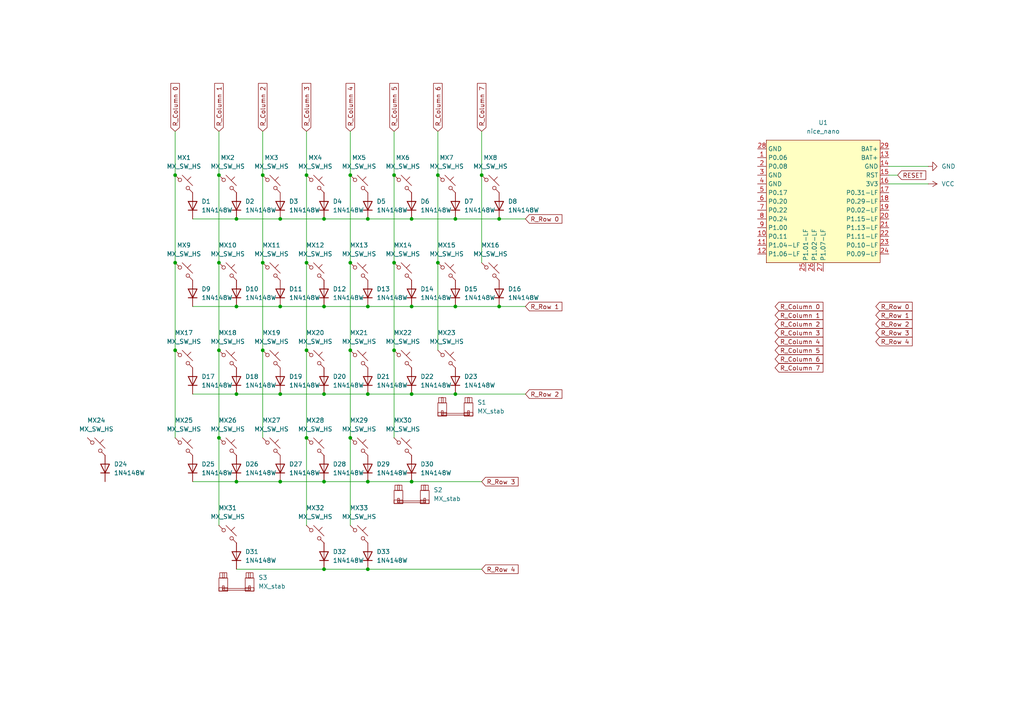
<source format=kicad_sch>
(kicad_sch (version 20231120) (generator "eeschema") (generator_version "8.0")
  (paper "A4")
  (lib_symbols
    (symbol "Diode:1N4148W" (pin_numbers hide) (pin_names hide)
      (property "Reference" "D" (at 0 2.54 0))
      (property "Value" "1N4148W" (at 0 -2.54 0))
      (symbol "1N4148W_0_1"
        (polyline (pts (xy -1.27 1.27) (xy -1.27 -1.27)) (stroke (width 0.254)))
        (polyline (pts (xy 1.27 0) (xy -1.27 0)))
        (polyline (pts (xy 1.27 1.27) (xy 1.27 -1.27) (xy -1.27 0) (xy 1.27 1.27)) (stroke (width 0.254)))
      )
      (symbol "1N4148W_1_1"
        (pin passive line (at -3.81 0 0) (length 2.54) (name "K") (number "1"))
        (pin passive line (at 3.81 0 180) (length 2.54) (name "A") (number "2"))
      )
    )
    (symbol "PCM_marbastlib-mx:MX_SW_HS_CPG151101S11" (pin_numbers hide) (pin_names (offset 1.016) hide)
      (property "Reference" "MX" (at 3.048 1.016 0))
      (property "Value" "MX_SW_HS" (at 0 -3.81 0))
      (symbol "MX_SW_HS_CPG151101S11_0_1"
        (circle (center -1.1684 1.1684) (radius 0.508))
        (polyline (pts (xy -0.508 2.54) (xy 2.54 -0.508)))
        (polyline (pts (xy 1.016 1.016) (xy 2.032 2.032)))
        (polyline (pts (xy -2.54 2.54) (xy -1.524 1.524) (xy -1.524 1.524)))
        (polyline (pts (xy 1.524 -1.524) (xy 2.54 -2.54) (xy 2.54 -2.54) (xy 2.54 -2.54)))
        (circle (center 1.143 -1.1938) (radius 0.508))
        (pin passive line (at -2.54 2.54 0) (length 0) (name "1") (number "1"))
        (pin passive line (at 2.54 -2.54 180) (length 0) (name "2") (number "2"))
      )
    )
    (symbol "PCM_marbastlib-mx:MX_stab" (pin_names (offset 1.016))
      (property "Reference" "S" (at -5.08 6.35 0))
      (property "Value" "MX_stab" (at -5.08 3.81 0))
      (symbol "MX_stab_0_1"
        (rectangle (start -5.08 -1.524) (end -2.54 -2.54))
        (rectangle (start -5.08 1.27) (end -2.54 -2.54))
        (rectangle (start -4.826 2.794) (end -2.794 1.27))
        (rectangle (start -4.064 -2.286) (end -3.556 -1.016))
        (rectangle (start -4.064 -1.778) (end 4.064 -2.286))
        (rectangle (start -4.064 1.27) (end -3.556 2.794))
        (rectangle (start 2.54 -1.524) (end 5.08 -2.54))
        (rectangle (start 2.54 1.27) (end 5.08 -2.54))
        (rectangle (start 2.794 2.794) (end 4.826 1.27))
        (rectangle (start 3.556 1.27) (end 4.064 2.794))
        (rectangle (start 4.064 -2.286) (end 3.556 -1.016))
      )
    )
    (symbol "PCM_marbastlib-promicroish:nice_nano" (in_bom no)
      (property "Reference" "U" (at 0 22.86 0))
      (property "Value" "nice_nano" (at 0 20.32 0))
      (symbol "nice_nano_0_0"
        (pin bidirectional line (at -19.05 13.97 0) (length 2.54) (name "P0.06") (number "1"))
        (pin bidirectional line (at -19.05 -8.89 0) (length 2.54) (name "P0.11") (number "10"))
        (pin bidirectional line (at -19.05 -11.43 0) (length 2.54) (name "P1.04-LF") (number "11"))
        (pin bidirectional line (at -19.05 -13.97 0) (length 2.54) (name "P1.06-LF") (number "12"))
        (pin power_out line (at 19.05 11.43 180) (length 2.54) (name "GND") (number "14"))
        (pin bidirectional line (at 19.05 8.89 180) (length 2.54) (name "RST") (number "15"))
        (pin bidirectional line (at 19.05 3.81 180) (length 2.54) (name "P0.31-LF") (number "17"))
        (pin bidirectional line (at 19.05 1.27 180) (length 2.54) (name "P0.29-LF") (number "18"))
        (pin bidirectional line (at 19.05 -1.27 180) (length 2.54) (name "P0.02-LF") (number "19"))
        (pin bidirectional line (at -19.05 11.43 0) (length 2.54) (name "P0.08") (number "2"))
        (pin bidirectional line (at 19.05 -3.81 180) (length 2.54) (name "P1.15-LF") (number "20"))
        (pin bidirectional line (at 19.05 -6.35 180) (length 2.54) (name "P1.13-LF") (number "21"))
        (pin bidirectional line (at 19.05 -8.89 180) (length 2.54) (name "P1.11-LF") (number "22"))
        (pin bidirectional line (at 19.05 -13.97 180) (length 2.54) (name "P0.09-LF") (number "24"))
        (pin power_out line (at -19.05 8.89 0) (length 2.54) (name "GND") (number "3"))
        (pin power_out line (at -19.05 6.35 0) (length 2.54) (name "GND") (number "4"))
        (pin bidirectional line (at -19.05 3.81 0) (length 2.54) (name "P0.17") (number "5"))
        (pin bidirectional line (at -19.05 1.27 0) (length 2.54) (name "P0.20") (number "6"))
        (pin bidirectional line (at -19.05 -1.27 0) (length 2.54) (name "P0.22") (number "7"))
        (pin bidirectional line (at -19.05 -3.81 0) (length 2.54) (name "P0.24") (number "8"))
        (pin bidirectional line (at -19.05 -6.35 0) (length 2.54) (name "P1.00") (number "9"))
      )
      (symbol "nice_nano_1_0"
        (pin power_out line (at 19.05 13.97 180) (length 2.54) (name "BAT+") (number "13"))
        (pin power_out line (at 19.05 6.35 180) (length 2.54) (name "3V3") (number "16"))
        (pin bidirectional line (at 19.05 -11.43 180) (length 2.54) (name "P0.10-LF") (number "23"))
        (pin bidirectional line (at -5.08 -19.05 90) (length 2.54) (name "P1.01-LF") (number "25"))
        (pin bidirectional line (at -2.54 -19.05 90) (length 2.54) (name "P1.02-LF") (number "26"))
        (pin bidirectional line (at 0 -19.05 90) (length 2.54) (name "P1.07-LF") (number "27"))
        (pin power_out line (at -19.05 16.51 0) (length 2.54) (name "GND") (number "28"))
        (pin power_out line (at 19.05 16.51 180) (length 2.54) (name "BAT+") (number "29"))
      )
      (symbol "nice_nano_1_1"
        (rectangle (start -16.51 19.05) (end 16.51 -16.51) (fill (type background)))
      )
    )
    (symbol "power:GND" (power) (pin_numbers hide) (pin_names (offset 0) hide)
      (property "Value" "GND" (at 0 -3.81 0))
      (symbol "GND_0_1"
        (polyline (pts (xy 0 0) (xy 0 -1.27) (xy 1.27 -1.27) (xy 0 -2.54) (xy -1.27 -1.27) (xy 0 -1.27)))
      )
      (symbol "GND_1_1"
        (pin power_in line (at 0 0 270) (length 0) (name "~") (number "1"))
      )
    )
    (symbol "power:VCC" (power) (pin_numbers hide) (pin_names (offset 0) hide)
      (property "Value" "VCC" (at 0 3.556 0))
      (symbol "VCC_0_1"
        (polyline (pts (xy -0.762 1.27) (xy 0 2.54)))
        (polyline (pts (xy 0 0) (xy 0 2.54)))
        (polyline (pts (xy 0 2.54) (xy 0.762 1.27)))
      )
      (symbol "VCC_1_1"
        (pin power_in line (at 0 0 90) (length 0) (name "~") (number "1"))
      )
    )
  )
  (junction (at 81.28 63.5))
  (junction (at 50.8 50.8))
  (junction (at 106.68 88.9))
  (junction (at 114.3 76.2))
  (junction (at 132.08 63.5))
  (junction (at 144.78 88.9))
  (junction (at 50.8 101.6))
  (junction (at 76.2 50.8))
  (junction (at 76.2 76.2))
  (junction (at 119.38 114.3))
  (junction (at 68.58 114.3))
  (junction (at 106.68 114.3))
  (junction (at 106.68 139.7))
  (junction (at 68.58 88.9))
  (junction (at 88.9 76.2))
  (junction (at 88.9 101.6))
  (junction (at 106.68 165.1))
  (junction (at 101.6 76.2))
  (junction (at 81.28 139.7))
  (junction (at 88.9 50.8))
  (junction (at 76.2 101.6))
  (junction (at 127 50.8))
  (junction (at 63.5 76.2))
  (junction (at 127 76.2))
  (junction (at 63.5 127))
  (junction (at 119.38 88.9))
  (junction (at 139.7 50.8))
  (junction (at 93.98 114.3))
  (junction (at 93.98 63.5))
  (junction (at 50.8 76.2))
  (junction (at 88.9 127))
  (junction (at 63.5 101.6))
  (junction (at 114.3 101.6))
  (junction (at 132.08 88.9))
  (junction (at 114.3 50.8))
  (junction (at 119.38 139.7))
  (junction (at 101.6 50.8))
  (junction (at 68.58 139.7))
  (junction (at 132.08 114.3))
  (junction (at 101.6 101.6))
  (junction (at 106.68 63.5))
  (junction (at 63.5 50.8))
  (junction (at 144.78 63.5))
  (junction (at 119.38 63.5))
  (junction (at 93.98 165.1))
  (junction (at 68.58 63.5))
  (junction (at 81.28 88.9))
  (junction (at 101.6 127))
  (junction (at 93.98 88.9))
  (junction (at 93.98 139.7))
  (junction (at 81.28 114.3))
  (wire (pts (xy 119.38 63.5) (xy 132.08 63.5)))
  (wire (pts (xy 106.68 88.9) (xy 119.38 88.9)))
  (wire (pts (xy 93.98 63.5) (xy 106.68 63.5)))
  (wire (pts (xy 50.8 50.8) (xy 50.8 76.2)))
  (wire (pts (xy 132.08 88.9) (xy 144.78 88.9)))
  (wire (pts (xy 119.38 114.3) (xy 132.08 114.3)))
  (wire (pts (xy 139.7 50.8) (xy 139.7 76.2)))
  (wire (pts (xy 63.5 101.6) (xy 63.5 127)))
  (wire (pts (xy 55.88 88.9) (xy 68.58 88.9)))
  (wire (pts (xy 81.28 88.9) (xy 93.98 88.9)))
  (wire (pts (xy 106.68 114.3) (xy 119.38 114.3)))
  (wire (pts (xy 106.68 139.7) (xy 119.38 139.7)))
  (wire (pts (xy 68.58 88.9) (xy 81.28 88.9)))
  (wire (pts (xy 101.6 127) (xy 101.6 152.4)))
  (wire (pts (xy 114.3 50.8) (xy 114.3 76.2)))
  (wire (pts (xy 50.8 76.2) (xy 50.8 101.6)))
  (wire (pts (xy 50.8 38.1) (xy 50.8 50.8)))
  (wire (pts (xy 88.9 50.8) (xy 88.9 76.2)))
  (wire (pts (xy 81.28 63.5) (xy 93.98 63.5)))
  (wire (pts (xy 144.78 63.5) (xy 152.4 63.5)))
  (wire (pts (xy 106.68 63.5) (xy 119.38 63.5)))
  (wire (pts (xy 63.5 50.8) (xy 63.5 76.2)))
  (wire (pts (xy 63.5 38.1) (xy 63.5 50.8)))
  (wire (pts (xy 144.78 88.9) (xy 152.4 88.9)))
  (wire (pts (xy 139.7 38.1) (xy 139.7 50.8)))
  (wire (pts (xy 101.6 101.6) (xy 101.6 127)))
  (wire (pts (xy 76.2 38.1) (xy 76.2 50.8)))
  (wire (pts (xy 55.88 63.5) (xy 68.58 63.5)))
  (wire (pts (xy 88.9 127) (xy 88.9 152.4)))
  (wire (pts (xy 132.08 114.3) (xy 152.4 114.3)))
  (wire (pts (xy 93.98 114.3) (xy 106.68 114.3)))
  (wire (pts (xy 114.3 101.6) (xy 114.3 127)))
  (wire (pts (xy 114.3 38.1) (xy 114.3 50.8)))
  (wire (pts (xy 81.28 114.3) (xy 93.98 114.3)))
  (wire (pts (xy 106.68 165.1) (xy 139.7 165.1)))
  (wire (pts (xy 114.3 76.2) (xy 114.3 101.6)))
  (wire (pts (xy 260.35 50.8) (xy 257.81 50.8)))
  (wire (pts (xy 63.5 127) (xy 63.5 152.4)))
  (wire (pts (xy 101.6 76.2) (xy 101.6 101.6)))
  (wire (pts (xy 101.6 50.8) (xy 101.6 76.2)))
  (wire (pts (xy 127 38.1) (xy 127 50.8)))
  (wire (pts (xy 76.2 101.6) (xy 76.2 127)))
  (wire (pts (xy 127 50.8) (xy 127 76.2)))
  (wire (pts (xy 68.58 165.1) (xy 93.98 165.1)))
  (wire (pts (xy 269.24 48.26) (xy 257.81 48.26)))
  (wire (pts (xy 119.38 88.9) (xy 132.08 88.9)))
  (wire (pts (xy 81.28 139.7) (xy 93.98 139.7)))
  (wire (pts (xy 76.2 76.2) (xy 76.2 101.6)))
  (wire (pts (xy 101.6 38.1) (xy 101.6 50.8)))
  (wire (pts (xy 93.98 139.7) (xy 106.68 139.7)))
  (wire (pts (xy 50.8 101.6) (xy 50.8 127)))
  (wire (pts (xy 127 76.2) (xy 127 101.6)))
  (wire (pts (xy 88.9 76.2) (xy 88.9 101.6)))
  (wire (pts (xy 68.58 114.3) (xy 81.28 114.3)))
  (wire (pts (xy 269.24 53.34) (xy 257.81 53.34)))
  (wire (pts (xy 68.58 139.7) (xy 81.28 139.7)))
  (wire (pts (xy 55.88 114.3) (xy 68.58 114.3)))
  (wire (pts (xy 93.98 88.9) (xy 106.68 88.9)))
  (wire (pts (xy 63.5 76.2) (xy 63.5 101.6)))
  (wire (pts (xy 93.98 165.1) (xy 106.68 165.1)))
  (wire (pts (xy 119.38 139.7) (xy 139.7 139.7)))
  (wire (pts (xy 132.08 63.5) (xy 144.78 63.5)))
  (wire (pts (xy 76.2 50.8) (xy 76.2 76.2)))
  (wire (pts (xy 55.88 139.7) (xy 68.58 139.7)))
  (wire (pts (xy 88.9 101.6) (xy 88.9 127)))
  (wire (pts (xy 88.9 38.1) (xy 88.9 50.8)))
  (wire (pts (xy 68.58 63.5) (xy 81.28 63.5)))
  (global_label "R_Row 0" (shape input) (at 152.4 63.5 0) (property "Intersheetrefs" "${INTERSHEET_REFS}" (effects (hide yes))))
  (global_label "R_Row 4" (shape input) (at 254 99.06 0) (property "Intersheetrefs" "${INTERSHEET_REFS}" (effects (hide yes))))
  (global_label "R_Column 3" (shape input) (at 88.9 38.1 90) (property "Intersheetrefs" "${INTERSHEET_REFS}" (effects (hide yes))))
  (global_label "R_Column 0" (shape input) (at 224.79 88.9 0) (property "Intersheetrefs" "${INTERSHEET_REFS}" (effects (hide yes))))
  (global_label "RESET" (shape input) (at 260.35 50.8 0) (property "Intersheetrefs" "${INTERSHEET_REFS}" (effects (hide yes))))
  (global_label "R_Row 2" (shape input) (at 152.4 114.3 0) (property "Intersheetrefs" "${INTERSHEET_REFS}" (effects (hide yes))))
  (global_label "R_Row 4" (shape input) (at 139.7 165.1 0) (property "Intersheetrefs" "${INTERSHEET_REFS}" (effects (hide yes))))
  (global_label "R_Column 5" (shape input) (at 114.3 38.1 90) (property "Intersheetrefs" "${INTERSHEET_REFS}" (effects (hide yes))))
  (global_label "R_Column 1" (shape input) (at 63.5 38.1 90) (property "Intersheetrefs" "${INTERSHEET_REFS}" (effects (hide yes))))
  (global_label "R_Column 1" (shape input) (at 224.79 91.44 0) (property "Intersheetrefs" "${INTERSHEET_REFS}" (effects (hide yes))))
  (global_label "R_Row 3" (shape input) (at 254 96.52 0) (property "Intersheetrefs" "${INTERSHEET_REFS}" (effects (hide yes))))
  (global_label "R_Column 6" (shape input) (at 127 38.1 90) (property "Intersheetrefs" "${INTERSHEET_REFS}" (effects (hide yes))))
  (global_label "R_Row 1" (shape input) (at 254 91.44 0) (property "Intersheetrefs" "${INTERSHEET_REFS}" (effects (hide yes))))
  (global_label "R_Column 7" (shape input) (at 139.7 38.1 90) (property "Intersheetrefs" "${INTERSHEET_REFS}" (effects (hide yes))))
  (global_label "R_Column 5" (shape input) (at 224.79 101.6 0) (property "Intersheetrefs" "${INTERSHEET_REFS}" (effects (hide yes))))
  (global_label "R_Column 4" (shape input) (at 224.79 99.06 0) (property "Intersheetrefs" "${INTERSHEET_REFS}" (effects (hide yes))))
  (global_label "R_Column 2" (shape input) (at 224.79 93.98 0) (property "Intersheetrefs" "${INTERSHEET_REFS}" (effects (hide yes))))
  (global_label "R_Column 6" (shape input) (at 224.79 104.14 0) (property "Intersheetrefs" "${INTERSHEET_REFS}" (effects (hide yes))))
  (global_label "R_Column 3" (shape input) (at 224.79 96.52 0) (property "Intersheetrefs" "${INTERSHEET_REFS}" (effects (hide yes))))
  (global_label "R_Row 2" (shape input) (at 254 93.98 0) (property "Intersheetrefs" "${INTERSHEET_REFS}" (effects (hide yes))))
  (global_label "R_Column 2" (shape input) (at 76.2 38.1 90) (property "Intersheetrefs" "${INTERSHEET_REFS}" (effects (hide yes))))
  (global_label "R_Column 7" (shape input) (at 224.79 106.68 0) (property "Intersheetrefs" "${INTERSHEET_REFS}" (effects (hide yes))))
  (global_label "R_Column 4" (shape input) (at 101.6 38.1 90) (property "Intersheetrefs" "${INTERSHEET_REFS}" (effects (hide yes))))
  (global_label "R_Column 0" (shape input) (at 50.8 38.1 90) (property "Intersheetrefs" "${INTERSHEET_REFS}" (effects (hide yes))))
  (global_label "R_Row 3" (shape input) (at 139.7 139.7 0) (property "Intersheetrefs" "${INTERSHEET_REFS}" (effects (hide yes))))
  (global_label "R_Row 1" (shape input) (at 152.4 88.9 0) (property "Intersheetrefs" "${INTERSHEET_REFS}" (effects (hide yes))))
  (global_label "R_Row 0" (shape input) (at 254 88.9 0) (property "Intersheetrefs" "${INTERSHEET_REFS}" (effects (hide yes))))
  (symbol (lib_id "PCM_marbastlib-mx:MX_SW_HS_CPG151101S11") (at 116.84 78.74 0) (unit 1)
    (property "Reference" "MX14" (at 116.84 71.12 0))
    (property "Value" "MX_SW_HS" (at 116.84 73.66 0))
    (property "Footprint" "PCM_marbastlib-mx:SW_MX_HS_CPG151101S11_1u" (effects (hide yes)))
    (property "Description" "Push button switch, normally open, two pins, 45° tilted, Kailh CPG151101S11 for Cherry MX style switches" (effects (hide yes)))
  )
  (symbol (lib_id "Diode:1N4148W") (at 93.98 161.29 90) (unit 1)
    (property "Reference" "D32" (at 96.52 160.0199 90) (effects (justify right)))
    (property "Value" "1N4148W" (at 96.52 162.5599 90) (effects (justify right)))
    (property "Footprint" "Diode_SMD:D_SOD-123" (effects (hide yes)))
    (property "Datasheet" "https://www.vishay.com/docs/85748/1n4148w.pdf" (effects (hide yes)))
    (property "Description" "75V 0.15A Fast Switching Diode, SOD-123" (effects (hide yes)))
    (property "Sim.Device" "D" (effects (hide yes)))
    (property "Sim.Pins" "1=K 2=A" (effects (hide yes)))
  )
  (symbol (lib_id "Diode:1N4148W") (at 132.08 59.69 90) (unit 1)
    (property "Reference" "D7" (at 134.62 58.4199 90) (effects (justify right)))
    (property "Value" "1N4148W" (at 134.62 60.9599 90) (effects (justify right)))
    (property "Footprint" "Diode_SMD:D_SOD-123" (effects (hide yes)))
    (property "Datasheet" "https://www.vishay.com/docs/85748/1n4148w.pdf" (effects (hide yes)))
    (property "Description" "75V 0.15A Fast Switching Diode, SOD-123" (effects (hide yes)))
    (property "Sim.Device" "D" (effects (hide yes)))
    (property "Sim.Pins" "1=K 2=A" (effects (hide yes)))
  )
  (symbol (lib_id "Diode:1N4148W") (at 106.68 161.29 90) (unit 1)
    (property "Reference" "D33" (at 109.22 160.0199 90) (effects (justify right)))
    (property "Value" "1N4148W" (at 109.22 162.5599 90) (effects (justify right)))
    (property "Footprint" "Diode_SMD:D_SOD-123" (effects (hide yes)))
    (property "Datasheet" "https://www.vishay.com/docs/85748/1n4148w.pdf" (effects (hide yes)))
    (property "Description" "75V 0.15A Fast Switching Diode, SOD-123" (effects (hide yes)))
    (property "Sim.Device" "D" (effects (hide yes)))
    (property "Sim.Pins" "1=K 2=A" (effects (hide yes)))
  )
  (symbol (lib_id "PCM_marbastlib-mx:MX_SW_HS_CPG151101S11") (at 53.34 53.34 0) (unit 1)
    (property "Reference" "MX1" (at 53.34 45.72 0))
    (property "Value" "MX_SW_HS" (at 53.34 48.26 0))
    (property "Footprint" "PCM_marbastlib-mx:SW_MX_HS_CPG151101S11_1u" (effects (hide yes)))
    (property "Description" "Push button switch, normally open, two pins, 45° tilted, Kailh CPG151101S11 for Cherry MX style switches" (effects (hide yes)))
  )
  (symbol (lib_id "PCM_marbastlib-mx:MX_SW_HS_CPG151101S11") (at 129.54 78.74 0) (unit 1)
    (property "Reference" "MX15" (at 129.54 71.12 0))
    (property "Value" "MX_SW_HS" (at 129.54 73.66 0))
    (property "Footprint" "PCM_marbastlib-mx:SW_MX_HS_CPG151101S11_1u" (effects (hide yes)))
    (property "Description" "Push button switch, normally open, two pins, 45° tilted, Kailh CPG151101S11 for Cherry MX style switches" (effects (hide yes)))
  )
  (symbol (lib_id "PCM_marbastlib-mx:MX_SW_HS_CPG151101S11") (at 104.14 154.94 0) (unit 1)
    (property "Reference" "MX33" (at 104.14 147.32 0))
    (property "Value" "MX_SW_HS" (at 104.14 149.86 0))
    (property "Footprint" "PCM_marbastlib-mx:SW_MX_HS_CPG151101S11_1u" (effects (hide yes)))
    (property "Description" "Push button switch, normally open, two pins, 45° tilted, Kailh CPG151101S11 for Cherry MX style switches" (effects (hide yes)))
  )
  (symbol (lib_id "Diode:1N4148W") (at 106.68 135.89 90) (unit 1)
    (property "Reference" "D29" (at 109.22 134.6199 90) (effects (justify right)))
    (property "Value" "1N4148W" (at 109.22 137.1599 90) (effects (justify right)))
    (property "Footprint" "Diode_SMD:D_SOD-123" (effects (hide yes)))
    (property "Datasheet" "https://www.vishay.com/docs/85748/1n4148w.pdf" (effects (hide yes)))
    (property "Description" "75V 0.15A Fast Switching Diode, SOD-123" (effects (hide yes)))
    (property "Sim.Device" "D" (effects (hide yes)))
    (property "Sim.Pins" "1=K 2=A" (effects (hide yes)))
  )
  (symbol (lib_id "Diode:1N4148W") (at 144.78 85.09 90) (unit 1)
    (property "Reference" "D16" (at 147.32 83.8199 90) (effects (justify right)))
    (property "Value" "1N4148W" (at 147.32 86.3599 90) (effects (justify right)))
    (property "Footprint" "Diode_SMD:D_SOD-123" (effects (hide yes)))
    (property "Datasheet" "https://www.vishay.com/docs/85748/1n4148w.pdf" (effects (hide yes)))
    (property "Description" "75V 0.15A Fast Switching Diode, SOD-123" (effects (hide yes)))
    (property "Sim.Device" "D" (effects (hide yes)))
    (property "Sim.Pins" "1=K 2=A" (effects (hide yes)))
  )
  (symbol (lib_id "Diode:1N4148W") (at 119.38 85.09 90) (unit 1)
    (property "Reference" "D14" (at 121.92 83.8199 90) (effects (justify right)))
    (property "Value" "1N4148W" (at 121.92 86.3599 90) (effects (justify right)))
    (property "Footprint" "Diode_SMD:D_SOD-123" (effects (hide yes)))
    (property "Datasheet" "https://www.vishay.com/docs/85748/1n4148w.pdf" (effects (hide yes)))
    (property "Description" "75V 0.15A Fast Switching Diode, SOD-123" (effects (hide yes)))
    (property "Sim.Device" "D" (effects (hide yes)))
    (property "Sim.Pins" "1=K 2=A" (effects (hide yes)))
  )
  (symbol (lib_id "Diode:1N4148W") (at 81.28 85.09 90) (unit 1)
    (property "Reference" "D11" (at 83.82 83.8199 90) (effects (justify right)))
    (property "Value" "1N4148W" (at 83.82 86.3599 90) (effects (justify right)))
    (property "Footprint" "Diode_SMD:D_SOD-123" (effects (hide yes)))
    (property "Datasheet" "https://www.vishay.com/docs/85748/1n4148w.pdf" (effects (hide yes)))
    (property "Description" "75V 0.15A Fast Switching Diode, SOD-123" (effects (hide yes)))
    (property "Sim.Device" "D" (effects (hide yes)))
    (property "Sim.Pins" "1=K 2=A" (effects (hide yes)))
  )
  (symbol (lib_id "Diode:1N4148W") (at 93.98 59.69 90) (unit 1)
    (property "Reference" "D4" (at 96.52 58.4199 90) (effects (justify right)))
    (property "Value" "1N4148W" (at 96.52 60.9599 90) (effects (justify right)))
    (property "Footprint" "Diode_SMD:D_SOD-123" (effects (hide yes)))
    (property "Datasheet" "https://www.vishay.com/docs/85748/1n4148w.pdf" (effects (hide yes)))
    (property "Description" "75V 0.15A Fast Switching Diode, SOD-123" (effects (hide yes)))
    (property "Sim.Device" "D" (effects (hide yes)))
    (property "Sim.Pins" "1=K 2=A" (effects (hide yes)))
  )
  (symbol (lib_id "PCM_marbastlib-mx:MX_SW_HS_CPG151101S11") (at 66.04 53.34 0) (unit 1)
    (property "Reference" "MX2" (at 66.04 45.72 0))
    (property "Value" "MX_SW_HS" (at 66.04 48.26 0))
    (property "Footprint" "PCM_marbastlib-mx:SW_MX_HS_CPG151101S11_1u" (effects (hide yes)))
    (property "Description" "Push button switch, normally open, two pins, 45° tilted, Kailh CPG151101S11 for Cherry MX style switches" (effects (hide yes)))
  )
  (symbol (lib_id "PCM_marbastlib-mx:MX_SW_HS_CPG151101S11") (at 78.74 78.74 0) (unit 1)
    (property "Reference" "MX11" (at 78.74 71.12 0))
    (property "Value" "MX_SW_HS" (at 78.74 73.66 0))
    (property "Footprint" "PCM_marbastlib-mx:SW_MX_HS_CPG151101S11_1u" (effects (hide yes)))
    (property "Description" "Push button switch, normally open, two pins, 45° tilted, Kailh CPG151101S11 for Cherry MX style switches" (effects (hide yes)))
  )
  (symbol (lib_id "Diode:1N4148W") (at 81.28 110.49 90) (unit 1)
    (property "Reference" "D19" (at 83.82 109.2199 90) (effects (justify right)))
    (property "Value" "1N4148W" (at 83.82 111.7599 90) (effects (justify right)))
    (property "Footprint" "Diode_SMD:D_SOD-123" (effects (hide yes)))
    (property "Datasheet" "https://www.vishay.com/docs/85748/1n4148w.pdf" (effects (hide yes)))
    (property "Description" "75V 0.15A Fast Switching Diode, SOD-123" (effects (hide yes)))
    (property "Sim.Device" "D" (effects (hide yes)))
    (property "Sim.Pins" "1=K 2=A" (effects (hide yes)))
  )
  (symbol (lib_id "Diode:1N4148W") (at 93.98 135.89 90) (unit 1)
    (property "Reference" "D28" (at 96.52 134.6199 90) (effects (justify right)))
    (property "Value" "1N4148W" (at 96.52 137.1599 90) (effects (justify right)))
    (property "Footprint" "Diode_SMD:D_SOD-123" (effects (hide yes)))
    (property "Datasheet" "https://www.vishay.com/docs/85748/1n4148w.pdf" (effects (hide yes)))
    (property "Description" "75V 0.15A Fast Switching Diode, SOD-123" (effects (hide yes)))
    (property "Sim.Device" "D" (effects (hide yes)))
    (property "Sim.Pins" "1=K 2=A" (effects (hide yes)))
  )
  (symbol (lib_id "Diode:1N4148W") (at 55.88 135.89 90) (unit 1)
    (property "Reference" "D25" (at 58.42 134.6199 90) (effects (justify right)))
    (property "Value" "1N4148W" (at 58.42 137.1599 90) (effects (justify right)))
    (property "Footprint" "Diode_SMD:D_SOD-123" (effects (hide yes)))
    (property "Datasheet" "https://www.vishay.com/docs/85748/1n4148w.pdf" (effects (hide yes)))
    (property "Description" "75V 0.15A Fast Switching Diode, SOD-123" (effects (hide yes)))
    (property "Sim.Device" "D" (effects (hide yes)))
    (property "Sim.Pins" "1=K 2=A" (effects (hide yes)))
  )
  (symbol (lib_id "PCM_marbastlib-mx:MX_SW_HS_CPG151101S11") (at 78.74 129.54 0) (unit 1)
    (property "Reference" "MX27" (at 78.74 121.92 0))
    (property "Value" "MX_SW_HS" (at 78.74 124.46 0))
    (property "Footprint" "PCM_marbastlib-mx:SW_MX_HS_CPG151101S11_1u" (effects (hide yes)))
    (property "Description" "Push button switch, normally open, two pins, 45° tilted, Kailh CPG151101S11 for Cherry MX style switches" (effects (hide yes)))
  )
  (symbol (lib_id "PCM_marbastlib-mx:MX_SW_HS_CPG151101S11") (at 142.24 53.34 0) (unit 1)
    (property "Reference" "MX8" (at 142.24 45.72 0))
    (property "Value" "MX_SW_HS" (at 142.24 48.26 0))
    (property "Footprint" "PCM_marbastlib-mx:SW_MX_HS_CPG151101S11_1u" (effects (hide yes)))
    (property "Description" "Push button switch, normally open, two pins, 45° tilted, Kailh CPG151101S11 for Cherry MX style switches" (effects (hide yes)))
  )
  (symbol (lib_id "Diode:1N4148W") (at 55.88 110.49 90) (unit 1)
    (property "Reference" "D17" (at 58.42 109.2199 90) (effects (justify right)))
    (property "Value" "1N4148W" (at 58.42 111.7599 90) (effects (justify right)))
    (property "Footprint" "Diode_SMD:D_SOD-123" (effects (hide yes)))
    (property "Datasheet" "https://www.vishay.com/docs/85748/1n4148w.pdf" (effects (hide yes)))
    (property "Description" "75V 0.15A Fast Switching Diode, SOD-123" (effects (hide yes)))
    (property "Sim.Device" "D" (effects (hide yes)))
    (property "Sim.Pins" "1=K 2=A" (effects (hide yes)))
  )
  (symbol (lib_id "power:VCC") (at 269.24 53.34 270) (unit 1)
    (property "Reference" "#PWR02" (effects (hide yes)))
    (property "Value" "VCC" (at 273.05 53.3399 90) (effects (justify left)))
    (property "Description" "Power symbol creates a global label with name \"VCC\"" (effects (hide yes)))
  )
  (symbol (lib_id "Diode:1N4148W") (at 81.28 59.69 90) (unit 1)
    (property "Reference" "D3" (at 83.82 58.4199 90) (effects (justify right)))
    (property "Value" "1N4148W" (at 83.82 60.9599 90) (effects (justify right)))
    (property "Footprint" "Diode_SMD:D_SOD-123" (effects (hide yes)))
    (property "Datasheet" "https://www.vishay.com/docs/85748/1n4148w.pdf" (effects (hide yes)))
    (property "Description" "75V 0.15A Fast Switching Diode, SOD-123" (effects (hide yes)))
    (property "Sim.Device" "D" (effects (hide yes)))
    (property "Sim.Pins" "1=K 2=A" (effects (hide yes)))
  )
  (symbol (lib_id "PCM_marbastlib-mx:MX_SW_HS_CPG151101S11") (at 116.84 104.14 0) (unit 1)
    (property "Reference" "MX22" (at 116.84 96.52 0))
    (property "Value" "MX_SW_HS" (at 116.84 99.06 0))
    (property "Footprint" "PCM_marbastlib-mx:SW_MX_HS_CPG151101S11_1u" (effects (hide yes)))
    (property "Description" "Push button switch, normally open, two pins, 45° tilted, Kailh CPG151101S11 for Cherry MX style switches" (effects (hide yes)))
  )
  (symbol (lib_id "Diode:1N4148W") (at 106.68 59.69 90) (unit 1)
    (property "Reference" "D5" (at 109.22 58.4199 90) (effects (justify right)))
    (property "Value" "1N4148W" (at 109.22 60.9599 90) (effects (justify right)))
    (property "Footprint" "Diode_SMD:D_SOD-123" (effects (hide yes)))
    (property "Datasheet" "https://www.vishay.com/docs/85748/1n4148w.pdf" (effects (hide yes)))
    (property "Description" "75V 0.15A Fast Switching Diode, SOD-123" (effects (hide yes)))
    (property "Sim.Device" "D" (effects (hide yes)))
    (property "Sim.Pins" "1=K 2=A" (effects (hide yes)))
  )
  (symbol (lib_id "Diode:1N4148W") (at 144.78 59.69 90) (unit 1)
    (property "Reference" "D8" (at 147.32 58.4199 90) (effects (justify right)))
    (property "Value" "1N4148W" (at 147.32 60.9599 90) (effects (justify right)))
    (property "Footprint" "Diode_SMD:D_SOD-123" (effects (hide yes)))
    (property "Datasheet" "https://www.vishay.com/docs/85748/1n4148w.pdf" (effects (hide yes)))
    (property "Description" "75V 0.15A Fast Switching Diode, SOD-123" (effects (hide yes)))
    (property "Sim.Device" "D" (effects (hide yes)))
    (property "Sim.Pins" "1=K 2=A" (effects (hide yes)))
  )
  (symbol (lib_id "PCM_marbastlib-promicroish:nice_nano") (at 238.76 59.69 0) (unit 1) (in_bom no)
    (property "Reference" "U1" (at 238.76 35.56 0))
    (property "Value" "nice_nano" (at 238.76 38.1 0))
    (property "Footprint" "PCM_marbastlib-xp-promicroish:nice_nano_AH_USBup" (effects (hide yes)))
    (property "Datasheet" "https://nicekeyboards.com/docs/nice-nano/pinout-schematic" (effects (hide yes)))
    (property "Description" "Symbol for an nicekeyboards nice!nano" (effects (hide yes)))
  )
  (symbol (lib_id "PCM_marbastlib-mx:MX_SW_HS_CPG151101S11") (at 91.44 154.94 0) (unit 1)
    (property "Reference" "MX32" (at 91.44 147.32 0))
    (property "Value" "MX_SW_HS" (at 91.44 149.86 0))
    (property "Footprint" "PCM_marbastlib-mx:SW_MX_HS_CPG151101S11_1u" (effects (hide yes)))
    (property "Description" "Push button switch, normally open, two pins, 45° tilted, Kailh CPG151101S11 for Cherry MX style switches" (effects (hide yes)))
  )
  (symbol (lib_id "PCM_marbastlib-mx:MX_SW_HS_CPG151101S11") (at 27.94 129.54 0) (unit 1)
    (property "Reference" "MX24" (at 27.94 121.92 0))
    (property "Value" "MX_SW_HS" (at 27.94 124.46 0))
    (property "Footprint" "PCM_marbastlib-mx:SW_MX_HS_CPG151101S11_1u" (effects (hide yes)))
    (property "Description" "Push button switch, normally open, two pins, 45° tilted, Kailh CPG151101S11 for Cherry MX style switches" (effects (hide yes)))
  )
  (symbol (lib_id "Diode:1N4148W") (at 119.38 59.69 90) (unit 1)
    (property "Reference" "D6" (at 121.92 58.4199 90) (effects (justify right)))
    (property "Value" "1N4148W" (at 121.92 60.9599 90) (effects (justify right)))
    (property "Footprint" "Diode_SMD:D_SOD-123" (effects (hide yes)))
    (property "Datasheet" "https://www.vishay.com/docs/85748/1n4148w.pdf" (effects (hide yes)))
    (property "Description" "75V 0.15A Fast Switching Diode, SOD-123" (effects (hide yes)))
    (property "Sim.Device" "D" (effects (hide yes)))
    (property "Sim.Pins" "1=K 2=A" (effects (hide yes)))
  )
  (symbol (lib_id "Diode:1N4148W") (at 93.98 85.09 90) (unit 1)
    (property "Reference" "D12" (at 96.52 83.8199 90) (effects (justify right)))
    (property "Value" "1N4148W" (at 96.52 86.3599 90) (effects (justify right)))
    (property "Footprint" "Diode_SMD:D_SOD-123" (effects (hide yes)))
    (property "Datasheet" "https://www.vishay.com/docs/85748/1n4148w.pdf" (effects (hide yes)))
    (property "Description" "75V 0.15A Fast Switching Diode, SOD-123" (effects (hide yes)))
    (property "Sim.Device" "D" (effects (hide yes)))
    (property "Sim.Pins" "1=K 2=A" (effects (hide yes)))
  )
  (symbol (lib_id "Diode:1N4148W") (at 30.48 135.89 90) (unit 1)
    (property "Reference" "D24" (at 33.02 134.6199 90) (effects (justify right)))
    (property "Value" "1N4148W" (at 33.02 137.1599 90) (effects (justify right)))
    (property "Footprint" "Diode_SMD:D_SOD-123" (effects (hide yes)))
    (property "Datasheet" "https://www.vishay.com/docs/85748/1n4148w.pdf" (effects (hide yes)))
    (property "Description" "75V 0.15A Fast Switching Diode, SOD-123" (effects (hide yes)))
    (property "Sim.Device" "D" (effects (hide yes)))
    (property "Sim.Pins" "1=K 2=A" (effects (hide yes)))
  )
  (symbol (lib_id "PCM_marbastlib-mx:MX_SW_HS_CPG151101S11") (at 104.14 129.54 0) (unit 1)
    (property "Reference" "MX29" (at 104.14 121.92 0))
    (property "Value" "MX_SW_HS" (at 104.14 124.46 0))
    (property "Footprint" "PCM_marbastlib-mx:SW_MX_HS_CPG151101S11_1u" (effects (hide yes)))
    (property "Description" "Push button switch, normally open, two pins, 45° tilted, Kailh CPG151101S11 for Cherry MX style switches" (effects (hide yes)))
  )
  (symbol (lib_id "PCM_marbastlib-mx:MX_SW_HS_CPG151101S11") (at 91.44 78.74 0) (unit 1)
    (property "Reference" "MX12" (at 91.44 71.12 0))
    (property "Value" "MX_SW_HS" (at 91.44 73.66 0))
    (property "Footprint" "PCM_marbastlib-mx:SW_MX_HS_CPG151101S11_1u" (effects (hide yes)))
    (property "Description" "Push button switch, normally open, two pins, 45° tilted, Kailh CPG151101S11 for Cherry MX style switches" (effects (hide yes)))
  )
  (symbol (lib_id "Diode:1N4148W") (at 55.88 59.69 90) (unit 1)
    (property "Reference" "D1" (at 58.42 58.4199 90) (effects (justify right)))
    (property "Value" "1N4148W" (at 58.42 60.9599 90) (effects (justify right)))
    (property "Footprint" "Diode_SMD:D_SOD-123" (effects (hide yes)))
    (property "Datasheet" "https://www.vishay.com/docs/85748/1n4148w.pdf" (effects (hide yes)))
    (property "Description" "75V 0.15A Fast Switching Diode, SOD-123" (effects (hide yes)))
    (property "Sim.Device" "D" (effects (hide yes)))
    (property "Sim.Pins" "1=K 2=A" (effects (hide yes)))
  )
  (symbol (lib_id "PCM_marbastlib-mx:MX_SW_HS_CPG151101S11") (at 91.44 53.34 0) (unit 1)
    (property "Reference" "MX4" (at 91.44 45.72 0))
    (property "Value" "MX_SW_HS" (at 91.44 48.26 0))
    (property "Footprint" "PCM_marbastlib-mx:SW_MX_HS_CPG151101S11_1u" (effects (hide yes)))
    (property "Description" "Push button switch, normally open, two pins, 45° tilted, Kailh CPG151101S11 for Cherry MX style switches" (effects (hide yes)))
  )
  (symbol (lib_id "PCM_marbastlib-mx:MX_SW_HS_CPG151101S11") (at 78.74 104.14 0) (unit 1)
    (property "Reference" "MX19" (at 78.74 96.52 0))
    (property "Value" "MX_SW_HS" (at 78.74 99.06 0))
    (property "Footprint" "PCM_marbastlib-mx:SW_MX_HS_CPG151101S11_1u" (effects (hide yes)))
    (property "Description" "Push button switch, normally open, two pins, 45° tilted, Kailh CPG151101S11 for Cherry MX style switches" (effects (hide yes)))
  )
  (symbol (lib_id "PCM_marbastlib-mx:MX_SW_HS_CPG151101S11") (at 53.34 78.74 0) (unit 1)
    (property "Reference" "MX9" (at 53.34 71.12 0))
    (property "Value" "MX_SW_HS" (at 53.34 73.66 0))
    (property "Footprint" "PCM_marbastlib-mx:SW_MX_HS_CPG151101S11_1u" (effects (hide yes)))
    (property "Description" "Push button switch, normally open, two pins, 45° tilted, Kailh CPG151101S11 for Cherry MX style switches" (effects (hide yes)))
  )
  (symbol (lib_id "PCM_marbastlib-mx:MX_SW_HS_CPG151101S11") (at 129.54 104.14 0) (unit 1)
    (property "Reference" "MX23" (at 129.54 96.52 0))
    (property "Value" "MX_SW_HS" (at 129.54 99.06 0))
    (property "Footprint" "PCM_marbastlib-mx:SW_MX_HS_CPG151101S11_1u" (effects (hide yes)))
    (property "Description" "Push button switch, normally open, two pins, 45° tilted, Kailh CPG151101S11 for Cherry MX style switches" (effects (hide yes)))
  )
  (symbol (lib_id "Diode:1N4148W") (at 68.58 59.69 90) (unit 1)
    (property "Reference" "D2" (at 71.12 58.4199 90) (effects (justify right)))
    (property "Value" "1N4148W" (at 71.12 60.9599 90) (effects (justify right)))
    (property "Footprint" "Diode_SMD:D_SOD-123" (effects (hide yes)))
    (property "Datasheet" "https://www.vishay.com/docs/85748/1n4148w.pdf" (effects (hide yes)))
    (property "Description" "75V 0.15A Fast Switching Diode, SOD-123" (effects (hide yes)))
    (property "Sim.Device" "D" (effects (hide yes)))
    (property "Sim.Pins" "1=K 2=A" (effects (hide yes)))
  )
  (symbol (lib_id "PCM_marbastlib-mx:MX_SW_HS_CPG151101S11") (at 66.04 129.54 0) (unit 1)
    (property "Reference" "MX26" (at 66.04 121.92 0))
    (property "Value" "MX_SW_HS" (at 66.04 124.46 0))
    (property "Footprint" "PCM_marbastlib-mx:SW_MX_HS_CPG151101S11_1u" (effects (hide yes)))
    (property "Description" "Push button switch, normally open, two pins, 45° tilted, Kailh CPG151101S11 for Cherry MX style switches" (effects (hide yes)))
  )
  (symbol (lib_id "PCM_marbastlib-mx:MX_SW_HS_CPG151101S11") (at 66.04 104.14 0) (unit 1)
    (property "Reference" "MX18" (at 66.04 96.52 0))
    (property "Value" "MX_SW_HS" (at 66.04 99.06 0))
    (property "Footprint" "PCM_marbastlib-mx:SW_MX_HS_CPG151101S11_1u" (effects (hide yes)))
    (property "Description" "Push button switch, normally open, two pins, 45° tilted, Kailh CPG151101S11 for Cherry MX style switches" (effects (hide yes)))
  )
  (symbol (lib_id "Diode:1N4148W") (at 81.28 135.89 90) (unit 1)
    (property "Reference" "D27" (at 83.82 134.6199 90) (effects (justify right)))
    (property "Value" "1N4148W" (at 83.82 137.1599 90) (effects (justify right)))
    (property "Footprint" "Diode_SMD:D_SOD-123" (effects (hide yes)))
    (property "Datasheet" "https://www.vishay.com/docs/85748/1n4148w.pdf" (effects (hide yes)))
    (property "Description" "75V 0.15A Fast Switching Diode, SOD-123" (effects (hide yes)))
    (property "Sim.Device" "D" (effects (hide yes)))
    (property "Sim.Pins" "1=K 2=A" (effects (hide yes)))
  )
  (symbol (lib_id "PCM_marbastlib-mx:MX_SW_HS_CPG151101S11") (at 104.14 104.14 0) (unit 1)
    (property "Reference" "MX21" (at 104.14 96.52 0))
    (property "Value" "MX_SW_HS" (at 104.14 99.06 0))
    (property "Footprint" "PCM_marbastlib-mx:SW_MX_HS_CPG151101S11_1u" (effects (hide yes)))
    (property "Description" "Push button switch, normally open, two pins, 45° tilted, Kailh CPG151101S11 for Cherry MX style switches" (effects (hide yes)))
  )
  (symbol (lib_id "Diode:1N4148W") (at 106.68 85.09 90) (unit 1)
    (property "Reference" "D13" (at 109.22 83.8199 90) (effects (justify right)))
    (property "Value" "1N4148W" (at 109.22 86.3599 90) (effects (justify right)))
    (property "Footprint" "Diode_SMD:D_SOD-123" (effects (hide yes)))
    (property "Datasheet" "https://www.vishay.com/docs/85748/1n4148w.pdf" (effects (hide yes)))
    (property "Description" "75V 0.15A Fast Switching Diode, SOD-123" (effects (hide yes)))
    (property "Sim.Device" "D" (effects (hide yes)))
    (property "Sim.Pins" "1=K 2=A" (effects (hide yes)))
  )
  (symbol (lib_id "Diode:1N4148W") (at 68.58 135.89 90) (unit 1)
    (property "Reference" "D26" (at 71.12 134.6199 90) (effects (justify right)))
    (property "Value" "1N4148W" (at 71.12 137.1599 90) (effects (justify right)))
    (property "Footprint" "Diode_SMD:D_SOD-123" (effects (hide yes)))
    (property "Datasheet" "https://www.vishay.com/docs/85748/1n4148w.pdf" (effects (hide yes)))
    (property "Description" "75V 0.15A Fast Switching Diode, SOD-123" (effects (hide yes)))
    (property "Sim.Device" "D" (effects (hide yes)))
    (property "Sim.Pins" "1=K 2=A" (effects (hide yes)))
  )
  (symbol (lib_id "PCM_marbastlib-mx:MX_SW_HS_CPG151101S11") (at 116.84 53.34 0) (unit 1)
    (property "Reference" "MX6" (at 116.84 45.72 0))
    (property "Value" "MX_SW_HS" (at 116.84 48.26 0))
    (property "Footprint" "PCM_marbastlib-mx:SW_MX_HS_CPG151101S11_1u" (effects (hide yes)))
    (property "Description" "Push button switch, normally open, two pins, 45° tilted, Kailh CPG151101S11 for Cherry MX style switches" (effects (hide yes)))
  )
  (symbol (lib_id "PCM_marbastlib-mx:MX_SW_HS_CPG151101S11") (at 116.84 129.54 0) (unit 1)
    (property "Reference" "MX30" (at 116.84 121.92 0))
    (property "Value" "MX_SW_HS" (at 116.84 124.46 0))
    (property "Footprint" "PCM_marbastlib-mx:SW_MX_HS_CPG151101S11_1u" (effects (hide yes)))
    (property "Description" "Push button switch, normally open, two pins, 45° tilted, Kailh CPG151101S11 for Cherry MX style switches" (effects (hide yes)))
  )
  (symbol (lib_id "PCM_marbastlib-mx:MX_SW_HS_CPG151101S11") (at 129.54 53.34 0) (unit 1)
    (property "Reference" "MX7" (at 129.54 45.72 0))
    (property "Value" "MX_SW_HS" (at 129.54 48.26 0))
    (property "Footprint" "PCM_marbastlib-mx:SW_MX_HS_CPG151101S11_1u" (effects (hide yes)))
    (property "Description" "Push button switch, normally open, two pins, 45° tilted, Kailh CPG151101S11 for Cherry MX style switches" (effects (hide yes)))
  )
  (symbol (lib_id "PCM_marbastlib-mx:MX_stab") (at 132.08 118.11 0) (unit 1)
    (property "Reference" "S1" (at 138.43 116.7129 0) (effects (justify left)))
    (property "Value" "MX_stab" (at 138.43 119.2529 0) (effects (justify left)))
    (property "Footprint" "PCM_marbastlib-mx:STAB_MX_2u" (effects (hide yes)))
    (property "Description" "Cherry MX-style stabilizer" (effects (hide yes)))
  )
  (symbol (lib_id "PCM_marbastlib-mx:MX_stab") (at 68.58 168.91 0) (unit 1)
    (property "Reference" "S3" (at 74.93 167.5129 0) (effects (justify left)))
    (property "Value" "MX_stab" (at 74.93 170.0529 0) (effects (justify left)))
    (property "Footprint" "PCM_marbastlib-mx:STAB_MX_2u" (effects (hide yes)))
    (property "Description" "Cherry MX-style stabilizer" (effects (hide yes)))
  )
  (symbol (lib_id "Diode:1N4148W") (at 68.58 85.09 90) (unit 1)
    (property "Reference" "D10" (at 71.12 83.8199 90) (effects (justify right)))
    (property "Value" "1N4148W" (at 71.12 86.3599 90) (effects (justify right)))
    (property "Footprint" "Diode_SMD:D_SOD-123" (effects (hide yes)))
    (property "Datasheet" "https://www.vishay.com/docs/85748/1n4148w.pdf" (effects (hide yes)))
    (property "Description" "75V 0.15A Fast Switching Diode, SOD-123" (effects (hide yes)))
    (property "Sim.Device" "D" (effects (hide yes)))
    (property "Sim.Pins" "1=K 2=A" (effects (hide yes)))
  )
  (symbol (lib_id "power:GND") (at 269.24 48.26 90) (unit 1)
    (property "Reference" "#PWR01" (effects (hide yes)))
    (property "Value" "GND" (at 273.05 48.2599 90) (effects (justify right)))
    (property "Description" "Power symbol creates a global label with name \"GND\" , ground" (effects (hide yes)))
  )
  (symbol (lib_id "PCM_marbastlib-mx:MX_SW_HS_CPG151101S11") (at 66.04 78.74 0) (unit 1)
    (property "Reference" "MX10" (at 66.04 71.12 0))
    (property "Value" "MX_SW_HS" (at 66.04 73.66 0))
    (property "Footprint" "PCM_marbastlib-mx:SW_MX_HS_CPG151101S11_1u" (effects (hide yes)))
    (property "Description" "Push button switch, normally open, two pins, 45° tilted, Kailh CPG151101S11 for Cherry MX style switches" (effects (hide yes)))
  )
  (symbol (lib_id "Diode:1N4148W") (at 119.38 135.89 90) (unit 1)
    (property "Reference" "D30" (at 121.92 134.6199 90) (effects (justify right)))
    (property "Value" "1N4148W" (at 121.92 137.1599 90) (effects (justify right)))
    (property "Footprint" "Diode_SMD:D_SOD-123" (effects (hide yes)))
    (property "Datasheet" "https://www.vishay.com/docs/85748/1n4148w.pdf" (effects (hide yes)))
    (property "Description" "75V 0.15A Fast Switching Diode, SOD-123" (effects (hide yes)))
    (property "Sim.Device" "D" (effects (hide yes)))
    (property "Sim.Pins" "1=K 2=A" (effects (hide yes)))
  )
  (symbol (lib_id "Diode:1N4148W") (at 55.88 85.09 90) (unit 1)
    (property "Reference" "D9" (at 58.42 83.8199 90) (effects (justify right)))
    (property "Value" "1N4148W" (at 58.42 86.3599 90) (effects (justify right)))
    (property "Footprint" "Diode_SMD:D_SOD-123" (effects (hide yes)))
    (property "Datasheet" "https://www.vishay.com/docs/85748/1n4148w.pdf" (effects (hide yes)))
    (property "Description" "75V 0.15A Fast Switching Diode, SOD-123" (effects (hide yes)))
    (property "Sim.Device" "D" (effects (hide yes)))
    (property "Sim.Pins" "1=K 2=A" (effects (hide yes)))
  )
  (symbol (lib_id "PCM_marbastlib-mx:MX_stab") (at 119.38 143.51 0) (unit 1)
    (property "Reference" "S2" (at 125.73 142.1129 0) (effects (justify left)))
    (property "Value" "MX_stab" (at 125.73 144.6529 0) (effects (justify left)))
    (property "Footprint" "PCM_marbastlib-mx:STAB_MX_2u" (effects (hide yes)))
    (property "Description" "Cherry MX-style stabilizer" (effects (hide yes)))
  )
  (symbol (lib_id "PCM_marbastlib-mx:MX_SW_HS_CPG151101S11") (at 91.44 104.14 0) (unit 1)
    (property "Reference" "MX20" (at 91.44 96.52 0))
    (property "Value" "MX_SW_HS" (at 91.44 99.06 0))
    (property "Footprint" "PCM_marbastlib-mx:SW_MX_HS_CPG151101S11_1u" (effects (hide yes)))
    (property "Description" "Push button switch, normally open, two pins, 45° tilted, Kailh CPG151101S11 for Cherry MX style switches" (effects (hide yes)))
  )
  (symbol (lib_id "PCM_marbastlib-mx:MX_SW_HS_CPG151101S11") (at 142.24 78.74 0) (unit 1)
    (property "Reference" "MX16" (at 142.24 71.12 0))
    (property "Value" "MX_SW_HS" (at 142.24 73.66 0))
    (property "Footprint" "PCM_marbastlib-mx:SW_MX_HS_CPG151101S11_1u" (effects (hide yes)))
    (property "Description" "Push button switch, normally open, two pins, 45° tilted, Kailh CPG151101S11 for Cherry MX style switches" (effects (hide yes)))
  )
  (symbol (lib_id "PCM_marbastlib-mx:MX_SW_HS_CPG151101S11") (at 78.74 53.34 0) (unit 1)
    (property "Reference" "MX3" (at 78.74 45.72 0))
    (property "Value" "MX_SW_HS" (at 78.74 48.26 0))
    (property "Footprint" "PCM_marbastlib-mx:SW_MX_HS_CPG151101S11_1u" (effects (hide yes)))
    (property "Description" "Push button switch, normally open, two pins, 45° tilted, Kailh CPG151101S11 for Cherry MX style switches" (effects (hide yes)))
  )
  (symbol (lib_id "PCM_marbastlib-mx:MX_SW_HS_CPG151101S11") (at 104.14 53.34 0) (unit 1)
    (property "Reference" "MX5" (at 104.14 45.72 0))
    (property "Value" "MX_SW_HS" (at 104.14 48.26 0))
    (property "Footprint" "PCM_marbastlib-mx:SW_MX_HS_CPG151101S11_1u" (effects (hide yes)))
    (property "Description" "Push button switch, normally open, two pins, 45° tilted, Kailh CPG151101S11 for Cherry MX style switches" (effects (hide yes)))
  )
  (symbol (lib_id "Diode:1N4148W") (at 93.98 110.49 90) (unit 1)
    (property "Reference" "D20" (at 96.52 109.2199 90) (effects (justify right)))
    (property "Value" "1N4148W" (at 96.52 111.7599 90) (effects (justify right)))
    (property "Footprint" "Diode_SMD:D_SOD-123" (effects (hide yes)))
    (property "Datasheet" "https://www.vishay.com/docs/85748/1n4148w.pdf" (effects (hide yes)))
    (property "Description" "75V 0.15A Fast Switching Diode, SOD-123" (effects (hide yes)))
    (property "Sim.Device" "D" (effects (hide yes)))
    (property "Sim.Pins" "1=K 2=A" (effects (hide yes)))
  )
  (symbol (lib_id "PCM_marbastlib-mx:MX_SW_HS_CPG151101S11") (at 66.04 154.94 0) (unit 1)
    (property "Reference" "MX31" (at 66.04 147.32 0))
    (property "Value" "MX_SW_HS" (at 66.04 149.86 0))
    (property "Footprint" "PCM_marbastlib-mx:SW_MX_HS_CPG151101S11_1u" (effects (hide yes)))
    (property "Description" "Push button switch, normally open, two pins, 45° tilted, Kailh CPG151101S11 for Cherry MX style switches" (effects (hide yes)))
  )
  (symbol (lib_id "Diode:1N4148W") (at 119.38 110.49 90) (unit 1)
    (property "Reference" "D22" (at 121.92 109.2199 90) (effects (justify right)))
    (property "Value" "1N4148W" (at 121.92 111.7599 90) (effects (justify right)))
    (property "Footprint" "Diode_SMD:D_SOD-123" (effects (hide yes)))
    (property "Datasheet" "https://www.vishay.com/docs/85748/1n4148w.pdf" (effects (hide yes)))
    (property "Description" "75V 0.15A Fast Switching Diode, SOD-123" (effects (hide yes)))
    (property "Sim.Device" "D" (effects (hide yes)))
    (property "Sim.Pins" "1=K 2=A" (effects (hide yes)))
  )
  (symbol (lib_id "Diode:1N4148W") (at 132.08 110.49 90) (unit 1)
    (property "Reference" "D23" (at 134.62 109.2199 90) (effects (justify right)))
    (property "Value" "1N4148W" (at 134.62 111.7599 90) (effects (justify right)))
    (property "Footprint" "Diode_SMD:D_SOD-123" (effects (hide yes)))
    (property "Datasheet" "https://www.vishay.com/docs/85748/1n4148w.pdf" (effects (hide yes)))
    (property "Description" "75V 0.15A Fast Switching Diode, SOD-123" (effects (hide yes)))
    (property "Sim.Device" "D" (effects (hide yes)))
    (property "Sim.Pins" "1=K 2=A" (effects (hide yes)))
  )
  (symbol (lib_id "Diode:1N4148W") (at 106.68 110.49 90) (unit 1)
    (property "Reference" "D21" (at 109.22 109.2199 90) (effects (justify right)))
    (property "Value" "1N4148W" (at 109.22 111.7599 90) (effects (justify right)))
    (property "Footprint" "Diode_SMD:D_SOD-123" (effects (hide yes)))
    (property "Datasheet" "https://www.vishay.com/docs/85748/1n4148w.pdf" (effects (hide yes)))
    (property "Description" "75V 0.15A Fast Switching Diode, SOD-123" (effects (hide yes)))
    (property "Sim.Device" "D" (effects (hide yes)))
    (property "Sim.Pins" "1=K 2=A" (effects (hide yes)))
  )
  (symbol (lib_id "PCM_marbastlib-mx:MX_SW_HS_CPG151101S11") (at 53.34 104.14 0) (unit 1)
    (property "Reference" "MX17" (at 53.34 96.52 0))
    (property "Value" "MX_SW_HS" (at 53.34 99.06 0))
    (property "Footprint" "PCM_marbastlib-mx:SW_MX_HS_CPG151101S11_1u" (effects (hide yes)))
    (property "Description" "Push button switch, normally open, two pins, 45° tilted, Kailh CPG151101S11 for Cherry MX style switches" (effects (hide yes)))
  )
  (symbol (lib_id "PCM_marbastlib-mx:MX_SW_HS_CPG151101S11") (at 91.44 129.54 0) (unit 1)
    (property "Reference" "MX28" (at 91.44 121.92 0))
    (property "Value" "MX_SW_HS" (at 91.44 124.46 0))
    (property "Footprint" "PCM_marbastlib-mx:SW_MX_HS_CPG151101S11_1u" (effects (hide yes)))
    (property "Description" "Push button switch, normally open, two pins, 45° tilted, Kailh CPG151101S11 for Cherry MX style switches" (effects (hide yes)))
  )
  (symbol (lib_id "PCM_marbastlib-mx:MX_SW_HS_CPG151101S11") (at 104.14 78.74 0) (unit 1)
    (property "Reference" "MX13" (at 104.14 71.12 0))
    (property "Value" "MX_SW_HS" (at 104.14 73.66 0))
    (property "Footprint" "PCM_marbastlib-mx:SW_MX_HS_CPG151101S11_1u" (effects (hide yes)))
    (property "Description" "Push button switch, normally open, two pins, 45° tilted, Kailh CPG151101S11 for Cherry MX style switches" (effects (hide yes)))
  )
  (symbol (lib_id "Diode:1N4148W") (at 68.58 110.49 90) (unit 1)
    (property "Reference" "D18" (at 71.12 109.2199 90) (effects (justify right)))
    (property "Value" "1N4148W" (at 71.12 111.7599 90) (effects (justify right)))
    (property "Footprint" "Diode_SMD:D_SOD-123" (effects (hide yes)))
    (property "Datasheet" "https://www.vishay.com/docs/85748/1n4148w.pdf" (effects (hide yes)))
    (property "Description" "75V 0.15A Fast Switching Diode, SOD-123" (effects (hide yes)))
    (property "Sim.Device" "D" (effects (hide yes)))
    (property "Sim.Pins" "1=K 2=A" (effects (hide yes)))
  )
  (symbol (lib_id "Diode:1N4148W") (at 132.08 85.09 90) (unit 1)
    (property "Reference" "D15" (at 134.62 83.8199 90) (effects (justify right)))
    (property "Value" "1N4148W" (at 134.62 86.3599 90) (effects (justify right)))
    (property "Footprint" "Diode_SMD:D_SOD-123" (effects (hide yes)))
    (property "Datasheet" "https://www.vishay.com/docs/85748/1n4148w.pdf" (effects (hide yes)))
    (property "Description" "75V 0.15A Fast Switching Diode, SOD-123" (effects (hide yes)))
    (property "Sim.Device" "D" (effects (hide yes)))
    (property "Sim.Pins" "1=K 2=A" (effects (hide yes)))
  )
  (symbol (lib_id "PCM_marbastlib-mx:MX_SW_HS_CPG151101S11") (at 53.34 129.54 0) (unit 1)
    (property "Reference" "MX25" (at 53.34 121.92 0))
    (property "Value" "MX_SW_HS" (at 53.34 124.46 0))
    (property "Footprint" "PCM_marbastlib-mx:SW_MX_HS_CPG151101S11_1u" (effects (hide yes)))
    (property "Description" "Push button switch, normally open, two pins, 45° tilted, Kailh CPG151101S11 for Cherry MX style switches" (effects (hide yes)))
  )
  (symbol (lib_id "Diode:1N4148W") (at 68.58 161.29 90) (unit 1)
    (property "Reference" "D31" (at 71.12 160.0199 90) (effects (justify right)))
    (property "Value" "1N4148W" (at 71.12 162.5599 90) (effects (justify right)))
    (property "Footprint" "Diode_SMD:D_SOD-123" (effects (hide yes)))
    (property "Datasheet" "https://www.vishay.com/docs/85748/1n4148w.pdf" (effects (hide yes)))
    (property "Description" "75V 0.15A Fast Switching Diode, SOD-123" (effects (hide yes)))
    (property "Sim.Device" "D" (effects (hide yes)))
    (property "Sim.Pins" "1=K 2=A" (effects (hide yes)))
  )
)
</source>
